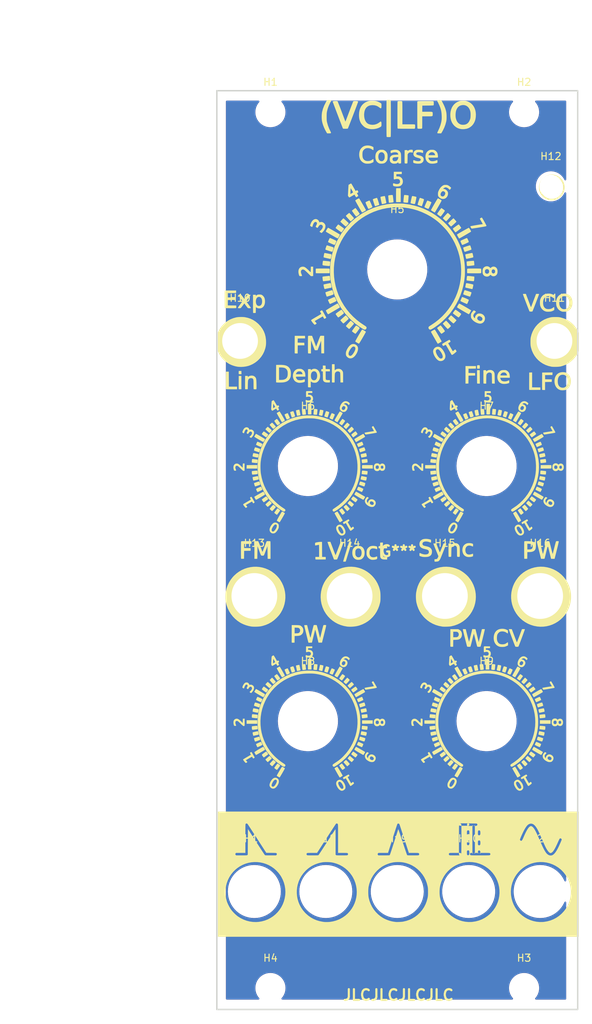
<source format=kicad_pcb>
(kicad_pcb (version 20211014) (generator pcbnew)
  (title_block (title "(VC|LF)O Front Panel") (date "2022-12-31") (rev "Rev. 1 2022") (company "L. Rittel"))
  (layers (0 "F.Cu" signal) (31 "B.Cu" signal) (34 "B.Paste" user) (35 "F.Paste" user) (36 "B.SilkS" user "B.Silkscreen") (37 "F.SilkS" user "F.Silkscreen") (38 "B.Mask" user) (39 "F.Mask" user) (44 "Edge.Cuts" user))
  (net 0 "")
  (footprint "MountingHole:MountingHole_6.4mm_M6" (layer "F.Cu") (at 132.25 144.27)
    (fp_text reference "H17" (at 0 -7.4) (layer "F.SilkS"))
    (fp_text value "MountingHole")
    (pad "" np_thru_hole circle locked (at 0 0) (size 6.4 6.4) (drill 6.4) (layers *.Cu *.Mask))
  )
  (footprint "MountingHole:MountingHole_6.4mm_M6" (layer "F.Cu") (at 172.249996 102.94)
    (fp_text reference "H16" (at 0 -7.4) (layer "F.SilkS"))
    (fp_text value "MountingHole")
    (pad "" np_thru_hole circle locked (at 0 0) (size 6.4 6.4) (drill 6.4) (layers *.Cu *.Mask))
  )
  (footprint "My_Misc:MountingHole_7.4mm_M7" (layer "F.Cu") (at 139.75 120.44)
    (fp_text reference "H8" (at 0 -8.4) (layer "F.SilkS"))
    (fp_text value "MountingHole")
    (pad "" np_thru_hole circle locked (at 0 0) (size 7.4 7.4) (drill 7.4) (layers F&B.Cu *.Mask))
  )
  (footprint "MountingHole:MountingHole_3.2mm_M3" (layer "F.Cu") (at 170 157.77)
    (fp_text reference "H3" (at 0 -4.2) (layer "F.SilkS"))
    (fp_text value "MountingHole")
    (pad "" np_thru_hole circle locked (at 0 0) (size 3.2 3.2) (drill 3.2) (layers *.Cu *.Mask))
  )
  (footprint "MountingHole:MountingHole_6.4mm_M6" (layer "F.Cu") (at 142.25 144.27)
    (fp_text reference "H18" (at 0 -7.4) (layer "F.SilkS"))
    (fp_text value "MountingHole")
    (pad "" np_thru_hole circle locked (at 0 0) (size 6.4 6.4) (drill 6.4) (layers *.Cu *.Mask))
  )
  (footprint "MountingHole:MountingHole_6.4mm_M6" (layer "F.Cu") (at 152.25 144.27)
    (fp_text reference "H19" (at 0 -7.4) (layer "F.SilkS"))
    (fp_text value "MountingHole")
    (pad "" np_thru_hole circle locked (at 0 0) (size 6.4 6.4) (drill 6.4) (layers *.Cu *.Mask))
  )
  (footprint "MountingHole:MountingHole_5mm" (layer "F.Cu") (at 130.25 67.27)
    (fp_text reference "H10" (at 0 -6) (layer "F.SilkS"))
    (fp_text value "MountingHole")
    (pad "" np_thru_hole circle locked (at 0 0) (size 5 5) (drill 5) (layers *.Cu *.Mask))
  )
  (footprint "MountingHole:MountingHole_6.4mm_M6" (layer "F.Cu") (at 132.25 102.94)
    (fp_text reference "H13" (at 0 -7.4) (layer "F.SilkS"))
    (fp_text value "MountingHole")
    (pad "" np_thru_hole circle locked (at 0 0) (size 6.4 6.4) (drill 6.4) (layers *.Cu *.Mask))
  )
  (footprint "MountingHole:MountingHole_6.4mm_M6" (layer "F.Cu") (at 158.916664 102.94)
    (fp_text reference "H15" (at 0 -7.4) (layer "F.SilkS"))
    (fp_text value "MountingHole")
    (pad "" np_thru_hole circle locked (at 0 0) (size 6.4 6.4) (drill 6.4) (layers *.Cu *.Mask))
  )
  (footprint "LOGO" (layer "F.Cu") (at 152.4 96.67627)
    (fp_text reference "G***" (at 0 0) (layer "F.SilkS") (effects (font (size 1.524 1.524) (thickness 0.3))))
    (fp_text value "LOGO" hide)
  )
  (footprint "MountingHole:MountingHole_6.4mm_M6" (layer "F.Cu") (at 172.25 144.27)
    (fp_text reference "H21" (at 0 -7.4) (layer "F.SilkS"))
    (fp_text value "MountingHole")
    (pad "" np_thru_hole circle locked (at 0 0) (size 6.4 6.4) (drill 6.4) (layers *.Cu *.Mask))
  )
  (footprint "MountingHole:MountingHole_3.2mm_M3" (layer "F.Cu") (at 134.5 35.27)
    (fp_text reference "H1" (at 0 -4.2) (layer "F.SilkS"))
    (fp_text value "MountingHole")
    (pad "" np_thru_hole circle locked (at 0 0) (size 3.2 3.2) (drill 3.2) (layers *.Cu *.Mask))
  )
  (footprint "MountingHole:MountingHole_3.2mm_M3" (layer "F.Cu") (at 134.5 157.77)
    (fp_text reference "H4" (at 0 -4.2) (layer "F.SilkS"))
    (fp_text value "MountingHole")
    (pad "" np_thru_hole circle locked (at 0 0) (size 3.2 3.2) (drill 3.2) (layers *.Cu *.Mask))
  )
  (footprint "My_Misc:MountingHole_7.4mm_M7" (layer "F.Cu") (at 164.75 84.76)
    (fp_text reference "H7" (at 0 -8.4) (layer "F.SilkS"))
    (fp_text value "MountingHole")
    (pad "" np_thru_hole circle locked (at 0 0) (size 7.4 7.4) (drill 7.4) (layers F&B.Cu *.Mask))
  )
  (footprint "MountingHole:MountingHole_6.4mm_M6" (layer "F.Cu") (at 145.583332 102.94)
    (fp_text reference "H14" (at 0 -7.4) (layer "F.SilkS"))
    (fp_text value "MountingHole")
    (pad "" np_thru_hole circle locked (at 0 0) (size 6.4 6.4) (drill 6.4) (layers *.Cu *.Mask))
  )
  (footprint "MountingHole:MountingHole_3.2mm_M3" (layer "F.Cu") (at 173.75 45.6477)
    (fp_text reference "H12" (at 0 -4.2) (layer "F.SilkS"))
    (fp_text value "MountingHole")
    (pad "" np_thru_hole circle locked (at 0 0) (size 3.2 3.2) (drill 3.2) (layers *.Cu *.Mask))
  )
  (footprint "MountingHole:MountingHole_5mm" (layer "F.Cu") (at 174.25 67.27)
    (fp_text reference "H11" (at 0 -6) (layer "F.SilkS"))
    (fp_text value "MountingHole")
    (pad "" np_thru_hole circle locked (at 0 0) (size 5 5) (drill 5) (layers *.Cu *.Mask))
  )
  (footprint "MountingHole:MountingHole_3.2mm_M3" (layer "F.Cu") (at 170 35.27)
    (fp_text reference "H2" (at 0 -4.2) (layer "F.SilkS"))
    (fp_text value "MountingHole")
    (pad "" np_thru_hole circle locked (at 0 0) (size 3.2 3.2) (drill 3.2) (layers *.Cu *.Mask))
  )
  (footprint "My_Misc:MountingHole_7.4mm_M7" (layer "F.Cu") (at 164.75 120.44)
    (fp_text reference "H9" (at 0 -8.4) (layer "F.SilkS"))
    (fp_text value "MountingHole")
    (pad "" np_thru_hole circle locked (at 0 0) (size 7.4 7.4) (drill 7.4) (layers F&B.Cu *.Mask))
  )
  (footprint "MountingHole:MountingHole_6.4mm_M6" (layer "F.Cu") (at 162.25 144.27)
    (fp_text reference "H20" (at 0 -7.4) (layer "F.SilkS"))
    (fp_text value "MountingHole")
    (pad "" np_thru_hole circle locked (at 0 0) (size 6.4 6.4) (drill 6.4) (layers *.Cu *.Mask))
  )
  (footprint "My_Misc:MountingHole_7.4mm_M7" (layer "F.Cu") (at 152.25 57.27)
    (fp_text reference "H5" (at 0 -8.4) (layer "F.SilkS"))
    (fp_text value "MountingHole")
    (pad "" np_thru_hole circle locked (at 0 0) (size 7.4 7.4) (drill 7.4) (layers F&B.Cu *.Mask))
  )
  (footprint "My_Misc:MountingHole_7.4mm_M7" (layer "F.Cu") (at 139.75 84.76)
    (fp_text reference "H6" (at 0 -8.4) (layer "F.SilkS"))
    (fp_text value "MountingHole")
    (pad "" np_thru_hole circle locked (at 0 0) (size 7.4 7.4) (drill 7.4) (layers F&B.Cu *.Mask))
  )
  (gr_circle locked (center 174.25 67.27) (end 177.389944 67.27) (layer "F.SilkS") (width 0.15) (fill solid))
  (gr_rect locked (start 127 32.27) (end 177.5 160.77) (layer "Edge.Cuts") (width 0.2) (fill none))
  (gr_text "JLCJLCJLCJLC" (at 152.4 158.75) (layer "F.SilkS") (effects (font (size 1.5 1.5) (thickness 0.3))))
  (zone (net 0) (net_name "") (layer "F.Cu") (connect_pads (clearance 0.508)) (min_thickness 0.254) (fill yes (thermal_gap 0.508) (thermal_bridge_width 0.508))
    (polygon (pts (xy 175.895 159.385) (xy 128.27 159.385) (xy 128.27 33.655) (xy 175.895 33.655)))
  )
  (zone (net 0) (net_name "") (layer "B.Cu") (connect_pads (clearance 0.508)) (min_thickness 0.254) (fill yes (thermal_gap 0.508) (thermal_bridge_width 0.508))
    (polygon (pts (xy 175.895 159.385) (xy 128.27 159.385) (xy 128.27 33.655) (xy 175.895 33.655)))
  )
)
</source>
